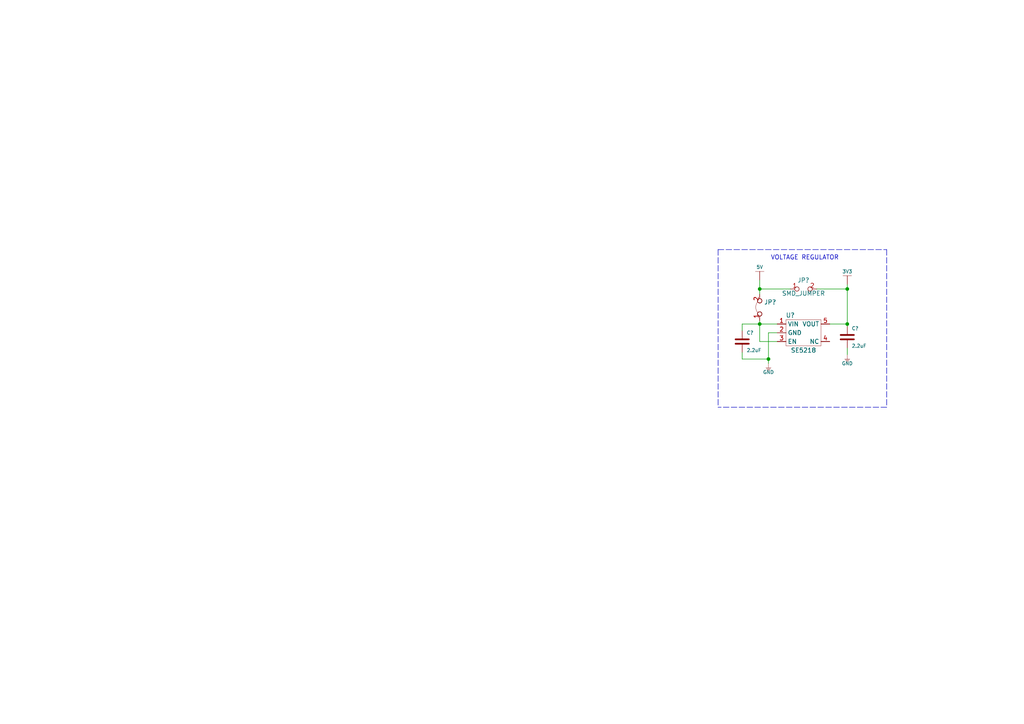
<source format=kicad_sch>
(kicad_sch (version 20210621) (generator eeschema)

  (uuid 4c3ddab3-7090-4634-b15c-6160db938f69)

  (paper "A4")

  (lib_symbols
    (symbol "e-radionica.com schematics:0603C" (pin_numbers hide) (pin_names (offset 0.002)) (in_bom yes) (on_board yes)
      (property "Reference" "C" (id 0) (at -0.635 3.175 0)
        (effects (font (size 1 1)))
      )
      (property "Value" "0603C" (id 1) (at 0 -3.175 0)
        (effects (font (size 1 1)))
      )
      (property "Footprint" "e-radionica.com footprinti:0603C" (id 2) (at 0 0 0)
        (effects (font (size 1 1)) hide)
      )
      (property "Datasheet" "" (id 3) (at 0 0 0)
        (effects (font (size 1 1)) hide)
      )
      (symbol "0603C_0_1"
        (polyline
          (pts
            (xy -0.635 1.905)
            (xy -0.635 -1.905)
          )
          (stroke (width 0.5)) (fill (type none))
        )
        (polyline
          (pts
            (xy 0.635 1.905)
            (xy 0.635 -1.905)
          )
          (stroke (width 0.5)) (fill (type none))
        )
      )
      (symbol "0603C_1_1"
        (pin passive line (at -3.175 0 0) (length 2.54)
          (name "~" (effects (font (size 1.27 1.27))))
          (number "1" (effects (font (size 1.27 1.27))))
        )
        (pin passive line (at 3.175 0 180) (length 2.54)
          (name "~" (effects (font (size 1.27 1.27))))
          (number "2" (effects (font (size 1.27 1.27))))
        )
      )
    )
    (symbol "e-radionica.com schematics:3V3" (power) (pin_names (offset 0)) (in_bom yes) (on_board yes)
      (property "Reference" "#PWR" (id 0) (at 4.445 0 0)
        (effects (font (size 1 1)) hide)
      )
      (property "Value" "3V3" (id 1) (at 0 3.556 0)
        (effects (font (size 1 1)))
      )
      (property "Footprint" "" (id 2) (at 4.445 3.81 0)
        (effects (font (size 1 1)) hide)
      )
      (property "Datasheet" "" (id 3) (at 4.445 3.81 0)
        (effects (font (size 1 1)) hide)
      )
      (property "ki_keywords" "power-flag" (id 4) (at 0 0 0)
        (effects (font (size 1.27 1.27)) hide)
      )
      (property "ki_description" "Power symbol creates a global label with name \"+3V3\"" (id 5) (at 0 0 0)
        (effects (font (size 1.27 1.27)) hide)
      )
      (symbol "3V3_0_1"
        (polyline
          (pts
            (xy -1.27 2.54)
            (xy 1.27 2.54)
          )
          (stroke (width 0.0006)) (fill (type none))
        )
        (polyline
          (pts
            (xy 0 0)
            (xy 0 2.54)
          )
          (stroke (width 0)) (fill (type none))
        )
      )
      (symbol "3V3_1_1"
        (pin power_in line (at 0 0 90) (length 0) hide
          (name "3V3" (effects (font (size 1.27 1.27))))
          (number "1" (effects (font (size 1.27 1.27))))
        )
      )
    )
    (symbol "e-radionica.com schematics:5V" (power) (pin_names (offset 0)) (in_bom yes) (on_board yes)
      (property "Reference" "#PWR" (id 0) (at 4.445 0 0)
        (effects (font (size 1 1)) hide)
      )
      (property "Value" "5V" (id 1) (at 0 3.556 0)
        (effects (font (size 1 1)))
      )
      (property "Footprint" "" (id 2) (at 4.445 3.81 0)
        (effects (font (size 1 1)) hide)
      )
      (property "Datasheet" "" (id 3) (at 4.445 3.81 0)
        (effects (font (size 1 1)) hide)
      )
      (property "ki_keywords" "power-flag" (id 4) (at 0 0 0)
        (effects (font (size 1.27 1.27)) hide)
      )
      (property "ki_description" "Power symbol creates a global label with name \"+3V3\"" (id 5) (at 0 0 0)
        (effects (font (size 1.27 1.27)) hide)
      )
      (symbol "5V_0_1"
        (polyline
          (pts
            (xy -1.27 2.54)
            (xy 1.27 2.54)
          )
          (stroke (width 0.0006)) (fill (type none))
        )
        (polyline
          (pts
            (xy 0 0)
            (xy 0 2.54)
          )
          (stroke (width 0)) (fill (type none))
        )
      )
      (symbol "5V_1_1"
        (pin power_in line (at 0 0 90) (length 0) hide
          (name "5V" (effects (font (size 1.27 1.27))))
          (number "1" (effects (font (size 1.27 1.27))))
        )
      )
    )
    (symbol "e-radionica.com schematics:GND" (power) (pin_names (offset 0)) (in_bom yes) (on_board yes)
      (property "Reference" "#PWR" (id 0) (at 4.445 0 0)
        (effects (font (size 1 1)) hide)
      )
      (property "Value" "GND" (id 1) (at 0 -2.921 0)
        (effects (font (size 1 1)))
      )
      (property "Footprint" "" (id 2) (at 4.445 3.81 0)
        (effects (font (size 1 1)) hide)
      )
      (property "Datasheet" "" (id 3) (at 4.445 3.81 0)
        (effects (font (size 1 1)) hide)
      )
      (property "ki_keywords" "power-flag" (id 4) (at 0 0 0)
        (effects (font (size 1.27 1.27)) hide)
      )
      (property "ki_description" "Power symbol creates a global label with name \"+3V3\"" (id 5) (at 0 0 0)
        (effects (font (size 1.27 1.27)) hide)
      )
      (symbol "GND_0_1"
        (polyline
          (pts
            (xy -0.762 -1.27)
            (xy 0.762 -1.27)
          )
          (stroke (width 0.0006)) (fill (type none))
        )
        (polyline
          (pts
            (xy -0.635 -1.524)
            (xy 0.635 -1.524)
          )
          (stroke (width 0.0006)) (fill (type none))
        )
        (polyline
          (pts
            (xy -0.381 -1.778)
            (xy 0.381 -1.778)
          )
          (stroke (width 0.0006)) (fill (type none))
        )
        (polyline
          (pts
            (xy -0.127 -2.032)
            (xy 0.127 -2.032)
          )
          (stroke (width 0.0006)) (fill (type none))
        )
        (polyline
          (pts
            (xy 0 0)
            (xy 0 -1.27)
          )
          (stroke (width 0.0006)) (fill (type none))
        )
      )
      (symbol "GND_1_1"
        (pin power_in line (at 0 0 270) (length 0) hide
          (name "GND" (effects (font (size 1.27 1.27))))
          (number "1" (effects (font (size 1.27 1.27))))
        )
      )
    )
    (symbol "e-radionica.com schematics:SE5218" (in_bom yes) (on_board yes)
      (property "Reference" "U" (id 0) (at -3.81 5.08 0)
        (effects (font (size 1.27 1.27)))
      )
      (property "Value" "SE5218" (id 1) (at 0 -5.08 0)
        (effects (font (size 1.27 1.27)))
      )
      (property "Footprint" "e-radionica.com footprinti:SOT-23-5" (id 2) (at 0 0 0)
        (effects (font (size 1.27 1.27)) hide)
      )
      (property "Datasheet" "" (id 3) (at 0 0 0)
        (effects (font (size 1.27 1.27)) hide)
      )
      (symbol "SE5218_0_1"
        (rectangle (start -5.08 3.81) (end 5.08 -3.81)
          (stroke (width 0.0006)) (fill (type none))
        )
      )
      (symbol "SE5218_1_1"
        (pin power_in line (at -7.62 2.54 0) (length 2.54)
          (name "VIN" (effects (font (size 1.27 1.27))))
          (number "1" (effects (font (size 1.27 1.27))))
        )
        (pin power_in line (at -7.62 0 0) (length 2.54)
          (name "GND" (effects (font (size 1.27 1.27))))
          (number "2" (effects (font (size 1.27 1.27))))
        )
        (pin input line (at -7.62 -2.54 0) (length 2.54)
          (name "EN" (effects (font (size 1.27 1.27))))
          (number "3" (effects (font (size 1.27 1.27))))
        )
        (pin passive line (at 7.62 -2.54 180) (length 2.54)
          (name "NC" (effects (font (size 1.27 1.27))))
          (number "4" (effects (font (size 1.27 1.27))))
        )
        (pin power_out line (at 7.62 2.54 180) (length 2.54)
          (name "VOUT" (effects (font (size 1.27 1.27))))
          (number "5" (effects (font (size 1.27 1.27))))
        )
      )
    )
    (symbol "e-radionica.com schematics:SMD-JUMPER-CONNECTED_TRACE_SLODERMASK" (in_bom yes) (on_board yes)
      (property "Reference" "JP" (id 0) (at 0 3.556 0)
        (effects (font (size 1.27 1.27)))
      )
      (property "Value" "SMD-JUMPER-CONNECTED_TRACE_SLODERMASK" (id 1) (at 0 -2.54 0)
        (effects (font (size 1.27 1.27)))
      )
      (property "Footprint" "e-radionica.com footprinti:SMD-JUMPER-CONNECTED_TRACE_SLODERMASK" (id 2) (at 0 -5.715 0)
        (effects (font (size 1.27 1.27)) hide)
      )
      (property "Datasheet" "" (id 3) (at 0 0 0)
        (effects (font (size 1.27 1.27)) hide)
      )
      (symbol "SMD-JUMPER-CONNECTED_TRACE_SLODERMASK_0_1"
        (arc (start -1.8034 0.5588) (end 1.397 0.5842) (radius (at -0.1875 -1.4124) (length 2.5489) (angles 129.3 51.6))
          (stroke (width 0.0006)) (fill (type none))
        )
      )
      (symbol "SMD-JUMPER-CONNECTED_TRACE_SLODERMASK_1_1"
        (pin passive inverted (at -4.064 0 0) (length 2.54)
          (name "" (effects (font (size 1.27 1.27))))
          (number "1" (effects (font (size 1.27 1.27))))
        )
        (pin passive inverted (at 3.556 0 180) (length 2.54)
          (name "" (effects (font (size 1.27 1.27))))
          (number "2" (effects (font (size 1.27 1.27))))
        )
      )
    )
    (symbol "e-radionica.com schematics:SMD_JUMPER" (in_bom yes) (on_board yes)
      (property "Reference" "JP" (id 0) (at 0 1.397 0)
        (effects (font (size 1.27 1.27)))
      )
      (property "Value" "SMD_JUMPER" (id 1) (at 0.508 -3.048 0)
        (effects (font (size 1.27 1.27)))
      )
      (property "Footprint" "e-radionica.com footprinti:SMD_JUMPER" (id 2) (at 0 0 0)
        (effects (font (size 1.27 1.27)) hide)
      )
      (property "Datasheet" "" (id 3) (at 0 0 0)
        (effects (font (size 1.27 1.27)) hide)
      )
      (symbol "SMD_JUMPER_1_1"
        (pin passive inverted (at -3.81 0 0) (length 2.54)
          (name "" (effects (font (size 1.27 1.27))))
          (number "1" (effects (font (size 1.27 1.27))))
        )
        (pin passive inverted (at 3.81 0 180) (length 2.54)
          (name "" (effects (font (size 1.27 1.27))))
          (number "2" (effects (font (size 1.27 1.27))))
        )
      )
    )
  )

  (junction (at 220.345 83.82) (diameter 0.9144) (color 0 0 0 0))
  (junction (at 220.345 93.98) (diameter 0.9144) (color 0 0 0 0))
  (junction (at 222.885 104.14) (diameter 0.9144) (color 0 0 0 0))
  (junction (at 245.745 83.82) (diameter 0.9144) (color 0 0 0 0))
  (junction (at 245.745 93.98) (diameter 0.9144) (color 0 0 0 0))

  (wire (pts (xy 215.265 93.98) (xy 220.345 93.98))
    (stroke (width 0) (type solid) (color 0 0 0 0))
    (uuid ac42be81-1734-44d0-a447-38b3ba57442f)
  )
  (wire (pts (xy 215.265 95.885) (xy 215.265 93.98))
    (stroke (width 0) (type solid) (color 0 0 0 0))
    (uuid e2900e7e-73ec-460d-8442-94f7a8effc8a)
  )
  (wire (pts (xy 215.265 102.235) (xy 215.265 104.14))
    (stroke (width 0) (type solid) (color 0 0 0 0))
    (uuid b8266760-d133-4897-9c4a-b5e68c86ca3f)
  )
  (wire (pts (xy 215.265 104.14) (xy 222.885 104.14))
    (stroke (width 0) (type solid) (color 0 0 0 0))
    (uuid 7b03c5bf-6577-4989-abc2-5efd894e20fa)
  )
  (wire (pts (xy 220.345 81.28) (xy 220.345 83.82))
    (stroke (width 0) (type solid) (color 0 0 0 0))
    (uuid 099d6659-a97e-483b-bbd5-f4b0301568d2)
  )
  (wire (pts (xy 220.345 83.82) (xy 220.345 85.344))
    (stroke (width 0) (type solid) (color 0 0 0 0))
    (uuid 760e45e8-5437-4e61-ab1d-ce335cb8de3e)
  )
  (wire (pts (xy 220.345 92.964) (xy 220.345 93.98))
    (stroke (width 0) (type solid) (color 0 0 0 0))
    (uuid 8982c94c-5e39-4c2c-8656-937405c4a88c)
  )
  (wire (pts (xy 220.345 99.06) (xy 220.345 93.98))
    (stroke (width 0) (type solid) (color 0 0 0 0))
    (uuid 03092ca4-ba24-48b3-aa44-f49511b8169a)
  )
  (wire (pts (xy 222.885 96.52) (xy 222.885 104.14))
    (stroke (width 0) (type solid) (color 0 0 0 0))
    (uuid 0cd46b07-b1de-4ae2-942b-7ce44cf2c7e8)
  )
  (wire (pts (xy 222.885 104.14) (xy 222.885 105.41))
    (stroke (width 0) (type solid) (color 0 0 0 0))
    (uuid 6ef84f18-2a89-489b-88ef-dfc4320a38df)
  )
  (wire (pts (xy 225.425 93.98) (xy 220.345 93.98))
    (stroke (width 0) (type solid) (color 0 0 0 0))
    (uuid 8911dd3a-6a4e-4575-9525-381599bad188)
  )
  (wire (pts (xy 225.425 96.52) (xy 222.885 96.52))
    (stroke (width 0) (type solid) (color 0 0 0 0))
    (uuid c346f48d-4d87-4a84-847a-9aca08f08318)
  )
  (wire (pts (xy 225.425 99.06) (xy 220.345 99.06))
    (stroke (width 0) (type solid) (color 0 0 0 0))
    (uuid 13c49a1c-ff30-4adc-a305-a8f03c606a66)
  )
  (wire (pts (xy 229.235 83.82) (xy 220.345 83.82))
    (stroke (width 0) (type solid) (color 0 0 0 0))
    (uuid bf16978f-c0db-4796-bddb-a805d8638133)
  )
  (wire (pts (xy 236.855 83.82) (xy 245.745 83.82))
    (stroke (width 0) (type solid) (color 0 0 0 0))
    (uuid bd7b927d-c4ee-47a1-b813-11225c471c71)
  )
  (wire (pts (xy 240.665 93.98) (xy 245.745 93.98))
    (stroke (width 0) (type solid) (color 0 0 0 0))
    (uuid 8c303df4-2de4-41d5-af7e-dc2ab39fcc49)
  )
  (wire (pts (xy 245.745 82.55) (xy 245.745 83.82))
    (stroke (width 0) (type solid) (color 0 0 0 0))
    (uuid 1d49e511-a9e4-4493-aa81-6a2572e28b5c)
  )
  (wire (pts (xy 245.745 83.82) (xy 245.745 93.98))
    (stroke (width 0) (type solid) (color 0 0 0 0))
    (uuid 8b8fdb47-eaa6-492f-94dd-22f53beb2c6a)
  )
  (wire (pts (xy 245.745 93.98) (xy 245.745 94.615))
    (stroke (width 0) (type solid) (color 0 0 0 0))
    (uuid 927cff45-35f1-40bb-876e-4cfea6c36154)
  )
  (wire (pts (xy 245.745 100.965) (xy 245.745 102.87))
    (stroke (width 0) (type solid) (color 0 0 0 0))
    (uuid 39408b85-8177-4613-99cf-e34b4023bbed)
  )
  (polyline (pts (xy 208.28 72.39) (xy 208.28 118.11))
    (stroke (width 0) (type dash) (color 0 0 0 0))
    (uuid 4c031ed3-1c9c-46d6-b5cc-5fe4c3315c16)
  )
  (polyline (pts (xy 208.28 72.39) (xy 257.175 72.39))
    (stroke (width 0) (type dash) (color 0 0 0 0))
    (uuid 45c41ed6-2a3f-4b78-937e-6594fae34585)
  )
  (polyline (pts (xy 257.175 72.39) (xy 257.175 118.11))
    (stroke (width 0) (type dash) (color 0 0 0 0))
    (uuid ab45dcb0-dbe7-4793-b179-8ccb310f219e)
  )
  (polyline (pts (xy 257.175 118.11) (xy 208.28 118.11))
    (stroke (width 0) (type dash) (color 0 0 0 0))
    (uuid 9abb4c73-a8d7-4392-ac62-bfcadbb10ec0)
  )

  (text "VOLTAGE REGULATOR" (at 223.52 75.565 0)
    (effects (font (size 1.27 1.27)) (justify left bottom))
    (uuid 7d069f05-d3dd-4e08-aaa2-72dd7631a43b)
  )

  (symbol (lib_id "e-radionica.com schematics:GND") (at 222.885 105.41 0) (unit 1)
    (in_bom yes) (on_board yes)
    (uuid 0bea4893-2d63-4832-a4f2-9a254169e3ea)
    (property "Reference" "#PWR?" (id 0) (at 227.33 105.41 0)
      (effects (font (size 1 1)) hide)
    )
    (property "Value" "GND" (id 1) (at 222.885 107.95 0)
      (effects (font (size 1 1)))
    )
    (property "Footprint" "" (id 2) (at 227.33 101.6 0)
      (effects (font (size 1 1)) hide)
    )
    (property "Datasheet" "" (id 3) (at 227.33 101.6 0)
      (effects (font (size 1 1)) hide)
    )
    (pin "1" (uuid 57edf18c-b7cf-4b48-bc75-3f7c24e08dd7))
  )

  (symbol (lib_id "e-radionica.com schematics:GND") (at 245.745 102.87 0) (unit 1)
    (in_bom yes) (on_board yes)
    (uuid 2dcf9515-587f-4995-ad65-dc20e094096d)
    (property "Reference" "#PWR?" (id 0) (at 250.19 102.87 0)
      (effects (font (size 1 1)) hide)
    )
    (property "Value" "GND" (id 1) (at 245.745 105.41 0)
      (effects (font (size 1 1)))
    )
    (property "Footprint" "" (id 2) (at 250.19 99.06 0)
      (effects (font (size 1 1)) hide)
    )
    (property "Datasheet" "" (id 3) (at 250.19 99.06 0)
      (effects (font (size 1 1)) hide)
    )
    (pin "1" (uuid eab80517-d7a5-444d-853d-4e7c41466b63))
  )

  (symbol (lib_id "e-radionica.com schematics:5V") (at 220.345 81.28 0) (unit 1)
    (in_bom yes) (on_board yes)
    (uuid 13fb5bcc-dcaf-46ab-9b4b-6803c3e739ea)
    (property "Reference" "#PWR?" (id 0) (at 224.79 81.28 0)
      (effects (font (size 1 1)) hide)
    )
    (property "Value" "5V" (id 1) (at 220.345 77.47 0)
      (effects (font (size 1 1)))
    )
    (property "Footprint" "" (id 2) (at 224.79 77.47 0)
      (effects (font (size 1 1)) hide)
    )
    (property "Datasheet" "" (id 3) (at 224.79 77.47 0)
      (effects (font (size 1 1)) hide)
    )
    (pin "1" (uuid 69563109-7e74-46b1-bf8e-a15746c9340c))
  )

  (symbol (lib_id "e-radionica.com schematics:3V3") (at 245.745 82.55 0) (unit 1)
    (in_bom yes) (on_board yes)
    (uuid 466acd19-6aad-4cc2-adf1-88d91b079f40)
    (property "Reference" "#PWR?" (id 0) (at 250.19 82.55 0)
      (effects (font (size 1 1)) hide)
    )
    (property "Value" "3V3" (id 1) (at 245.745 78.74 0)
      (effects (font (size 1 1)))
    )
    (property "Footprint" "" (id 2) (at 250.19 78.74 0)
      (effects (font (size 1 1)) hide)
    )
    (property "Datasheet" "" (id 3) (at 250.19 78.74 0)
      (effects (font (size 1 1)) hide)
    )
    (pin "1" (uuid dda54d62-d54a-41f9-a4b8-bef1642f4781))
  )

  (symbol (lib_id "e-radionica.com schematics:SMD_JUMPER") (at 233.045 83.82 0) (unit 1)
    (in_bom yes) (on_board yes)
    (uuid bb3d0b44-1d45-4b56-9ad7-6881cbeea24f)
    (property "Reference" "JP?" (id 0) (at 233.045 81.28 0))
    (property "Value" "SMD_JUMPER" (id 1) (at 233.045 85.09 0))
    (property "Footprint" "e-radionica.com footprinti:SMD_JUMPER" (id 2) (at 233.045 83.82 0)
      (effects (font (size 1.27 1.27)) hide)
    )
    (property "Datasheet" "" (id 3) (at 233.045 83.82 0)
      (effects (font (size 1.27 1.27)) hide)
    )
    (pin "1" (uuid 0ae8bf60-4e3d-484d-9bff-31f42db1fabe))
    (pin "2" (uuid e0d095dc-9644-458c-bf4a-2030f9245abe))
  )

  (symbol (lib_id "e-radionica.com schematics:SMD-JUMPER-CONNECTED_TRACE_SLODERMASK") (at 220.345 88.9 90) (unit 1)
    (in_bom yes) (on_board yes)
    (uuid 80c8439d-e725-4635-b434-d66a6e872c58)
    (property "Reference" "JP?" (id 0) (at 221.615 87.63 90)
      (effects (font (size 1.27 1.27)) (justify right))
    )
    (property "Value" "SMD-JUMPER-CONNECTED_TRACE_SLODERMASK" (id 1) (at 222.885 91.44 90)
      (effects (font (size 1.27 1.27)) (justify right) hide)
    )
    (property "Footprint" "e-radionica.com footprinti:SMD-JUMPER-CONNECTED_TRACE_SLODERMASK" (id 2) (at 226.06 88.9 0)
      (effects (font (size 1.27 1.27)) hide)
    )
    (property "Datasheet" "" (id 3) (at 220.345 88.9 0)
      (effects (font (size 1.27 1.27)) hide)
    )
    (pin "1" (uuid 8800f358-82ff-41d9-87c4-442e04e9d37c))
    (pin "2" (uuid 693c6962-701f-4cc3-80cf-38583f2974dd))
  )

  (symbol (lib_id "e-radionica.com schematics:0603C") (at 215.265 99.06 90) (unit 1)
    (in_bom yes) (on_board yes)
    (uuid c3856912-b290-4d19-b267-3e17b1a2d6e7)
    (property "Reference" "C?" (id 0) (at 216.535 96.52 90)
      (effects (font (size 1 1)) (justify right))
    )
    (property "Value" "2.2uF" (id 1) (at 216.535 101.6 90)
      (effects (font (size 1 1)) (justify right))
    )
    (property "Footprint" "e-radionica.com footprinti:0603C" (id 2) (at 215.265 99.06 0)
      (effects (font (size 1 1)) hide)
    )
    (property "Datasheet" "" (id 3) (at 215.265 99.06 0)
      (effects (font (size 1 1)) hide)
    )
    (pin "1" (uuid dc1d3ae0-a5de-40ef-97f1-c643494d7522))
    (pin "2" (uuid 1e8f0e7d-ab2a-4900-9aa7-ce71abbf593c))
  )

  (symbol (lib_id "e-radionica.com schematics:0603C") (at 245.745 97.79 90) (unit 1)
    (in_bom yes) (on_board yes)
    (uuid 9fb317f9-c64b-4335-800f-55ace619c2db)
    (property "Reference" "C?" (id 0) (at 247.015 95.25 90)
      (effects (font (size 1 1)) (justify right))
    )
    (property "Value" "2.2uF" (id 1) (at 247.015 100.33 90)
      (effects (font (size 1 1)) (justify right))
    )
    (property "Footprint" "e-radionica.com footprinti:0603C" (id 2) (at 245.745 97.79 0)
      (effects (font (size 1 1)) hide)
    )
    (property "Datasheet" "" (id 3) (at 245.745 97.79 0)
      (effects (font (size 1 1)) hide)
    )
    (pin "1" (uuid ed5e6982-2028-443f-add9-c3747078d9ae))
    (pin "2" (uuid ccc3aa1c-3f6f-4a83-bdf3-c139cc61eca4))
  )

  (symbol (lib_id "e-radionica.com schematics:SE5218") (at 233.045 96.52 0) (unit 1)
    (in_bom yes) (on_board yes)
    (uuid c6bea3d7-c313-463e-84fa-ea9a1b13c5f2)
    (property "Reference" "U?" (id 0) (at 229.235 91.44 0))
    (property "Value" "SE5218" (id 1) (at 233.045 101.6 0))
    (property "Footprint" "e-radionica.com footprinti:SOT-23-5" (id 2) (at 233.045 96.52 0)
      (effects (font (size 1.27 1.27)) hide)
    )
    (property "Datasheet" "" (id 3) (at 233.045 96.52 0)
      (effects (font (size 1.27 1.27)) hide)
    )
    (pin "1" (uuid 99a4cc4c-9c1e-417e-a6ee-097b2f4f1eaa))
    (pin "2" (uuid fdfcca92-0ec0-4e8e-a51d-75eea95901b4))
    (pin "3" (uuid 40ec4699-59e5-4da1-8882-887d87a36e8b))
    (pin "4" (uuid fda468dc-0af1-4c0c-a7d5-092ef0b9a9e0))
    (pin "5" (uuid 09993447-020b-4066-ac6b-afb40ce37472))
  )

  (sheet_instances
    (path "/" (page "1"))
  )

  (symbol_instances
    (path "/0bea4893-2d63-4832-a4f2-9a254169e3ea"
      (reference "#PWR?") (unit 1) (value "GND") (footprint "")
    )
    (path "/13fb5bcc-dcaf-46ab-9b4b-6803c3e739ea"
      (reference "#PWR?") (unit 1) (value "5V") (footprint "")
    )
    (path "/2dcf9515-587f-4995-ad65-dc20e094096d"
      (reference "#PWR?") (unit 1) (value "GND") (footprint "")
    )
    (path "/466acd19-6aad-4cc2-adf1-88d91b079f40"
      (reference "#PWR?") (unit 1) (value "3V3") (footprint "")
    )
    (path "/9fb317f9-c64b-4335-800f-55ace619c2db"
      (reference "C?") (unit 1) (value "2.2uF") (footprint "e-radionica.com footprinti:0603C")
    )
    (path "/c3856912-b290-4d19-b267-3e17b1a2d6e7"
      (reference "C?") (unit 1) (value "2.2uF") (footprint "e-radionica.com footprinti:0603C")
    )
    (path "/80c8439d-e725-4635-b434-d66a6e872c58"
      (reference "JP?") (unit 1) (value "SMD-JUMPER-CONNECTED_TRACE_SLODERMASK") (footprint "e-radionica.com footprinti:SMD-JUMPER-CONNECTED_TRACE_SLODERMASK")
    )
    (path "/bb3d0b44-1d45-4b56-9ad7-6881cbeea24f"
      (reference "JP?") (unit 1) (value "SMD_JUMPER") (footprint "e-radionica.com footprinti:SMD_JUMPER")
    )
    (path "/c6bea3d7-c313-463e-84fa-ea9a1b13c5f2"
      (reference "U?") (unit 1) (value "SE5218") (footprint "e-radionica.com footprinti:SOT-23-5")
    )
  )
)

</source>
